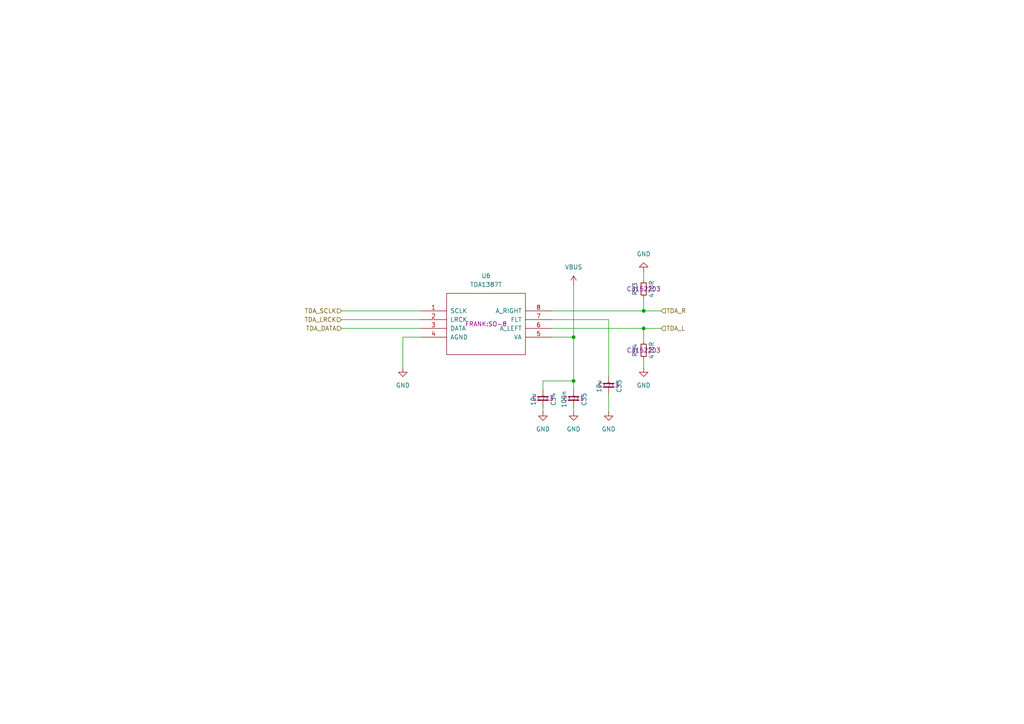
<source format=kicad_sch>
(kicad_sch (version 20250114) (generator "eeschema") (generator_version "9.0")
  (paper "A4")
  (title_block (title "${NAME}") (date "2025-04-24") (rev "${VERSION}") (company "Mikhail Matveev") (comment 1 "https://github.com/xtremespb/frank"))
  (lib_symbols
    (symbol "Device:C_Small" (pin_numbers (hide yes)) (pin_names (offset 0.254) (hide yes))
      (property "Reference" "C" (at 0.254 1.778 0))
      (property "Value" "C_Small" (at 0.254 -2.032 0))
      (symbol "C_Small_0_1"
        (polyline (pts (xy -1.524 0.508) (xy 1.524 0.508)) (stroke (width 0.3048)))
        (polyline (pts (xy -1.524 -0.508) (xy 1.524 -0.508)) (stroke (width 0.3302)))
      )
      (symbol "C_Small_1_1"
        (pin passive line (at 0 2.54 270) (length 2.032) (name "~") (number "1"))
        (pin passive line (at 0 -2.54 90) (length 2.032) (name "~") (number "2"))
      )
    )
    (symbol "Device:R_Small" (pin_numbers (hide yes)) (pin_names (offset 0.254) (hide yes))
      (property "Reference" "R" (at 0.762 0.508 0))
      (property "Value" "R_Small" (at 0.762 -1.016 0))
      (symbol "R_Small_0_1"
        (rectangle (start -0.762 1.778) (end 0.762 -1.778) (stroke (width 0.2032)))
      )
      (symbol "R_Small_1_1"
        (pin passive line (at 0 2.54 270) (length 0.762) (name "~") (number "1"))
        (pin passive line (at 0 -2.54 90) (length 0.762) (name "~") (number "2"))
      )
    )
    (symbol "FRANK:TDA1387T" (pin_names (offset 1.016))
      (property "Reference" "TDA1" (at 0 13.97 0))
      (property "Value" "TDA1387T" (at 0 11.43 0))
      (symbol "TDA1387T_1_0"
        (rectangle (start -11.43 -8.89) (end 11.43 8.89))
      )
      (symbol "TDA1387T_1_1"
        (pin input line (at -19.05 3.81 0) (length 7.62) (name "SCLK") (number "1"))
        (pin input line (at -19.05 1.27 0) (length 7.62) (name "LRCK") (number "2"))
        (pin input line (at -19.05 -1.27 0) (length 7.62) (name "DATA") (number "3"))
        (pin input line (at -19.05 -3.81 0) (length 7.62) (name "AGND") (number "4"))
        (pin input line (at 19.05 3.81 180) (length 7.62) (name "A_RIGHT") (number "8"))
        (pin input line (at 19.05 1.27 180) (length 7.62) (name "FLT") (number "7"))
        (pin input line (at 19.05 -1.27 180) (length 7.62) (name "A_LEFT") (number "6"))
        (pin input line (at 19.05 -3.81 180) (length 7.62) (name "VA") (number "5"))
      )
    )
    (symbol "power:GND" (power) (pin_numbers (hide yes)) (pin_names (offset 0) (hide yes))
      (property "Value" "GND" (at 0 -3.81 0))
      (symbol "GND_0_1"
        (polyline (pts (xy 0 0) (xy 0 -1.27) (xy 1.27 -1.27) (xy 0 -2.54) (xy -1.27 -1.27) (xy 0 -1.27)))
      )
      (symbol "GND_1_1"
        (pin power_in line (at 0 0 270) (length 0) (name "~") (number "1"))
      )
    )
    (symbol "power:VBUS" (power) (pin_numbers (hide yes)) (pin_names (offset 0) (hide yes))
      (property "Value" "VBUS" (at 0 3.556 0))
      (symbol "VBUS_0_1"
        (polyline (pts (xy -0.762 1.27) (xy 0 2.54)))
        (polyline (pts (xy 0 2.54) (xy 0.762 1.27)))
        (polyline (pts (xy 0 0) (xy 0 2.54)))
      )
      (symbol "VBUS_1_1"
        (pin power_in line (at 0 0 90) (length 0) (name "~") (number "1"))
      )
    )
  )
  (junction (at 186.69 90.17))
  (junction (at 186.69 95.25))
  (junction (at 166.37 110.49))
  (junction (at 166.37 97.79))
  (wire (pts (xy 176.53 92.71) (xy 176.53 109.22)))
  (wire (pts (xy 186.69 90.17) (xy 191.77 90.17)))
  (wire (pts (xy 186.69 95.25) (xy 186.69 99.06)))
  (wire (pts (xy 160.02 97.79) (xy 166.37 97.79)))
  (wire (pts (xy 157.48 119.38) (xy 157.48 118.11)))
  (wire (pts (xy 186.69 78.74) (xy 186.69 81.28)))
  (wire (pts (xy 99.06 95.25) (xy 121.92 95.25)))
  (wire (pts (xy 157.48 110.49) (xy 166.37 110.49)))
  (wire (pts (xy 176.53 92.71) (xy 160.02 92.71)))
  (wire (pts (xy 166.37 118.11) (xy 166.37 119.38)))
  (wire (pts (xy 99.06 90.17) (xy 121.92 90.17)))
  (wire (pts (xy 116.84 97.79) (xy 116.84 106.68)))
  (wire (pts (xy 166.37 97.79) (xy 166.37 110.49)))
  (wire (pts (xy 186.69 95.25) (xy 191.77 95.25)))
  (wire (pts (xy 160.02 90.17) (xy 186.69 90.17)))
  (wire (pts (xy 166.37 82.55) (xy 166.37 97.79)))
  (wire (pts (xy 157.48 113.03) (xy 157.48 110.49)))
  (wire (pts (xy 121.92 97.79) (xy 116.84 97.79)))
  (wire (pts (xy 166.37 110.49) (xy 166.37 113.03)))
  (wire (pts (xy 99.06 92.71) (xy 121.92 92.71)))
  (wire (pts (xy 186.69 106.68) (xy 186.69 104.14)))
  (wire (pts (xy 186.69 86.36) (xy 186.69 90.17)))
  (wire (pts (xy 160.02 95.25) (xy 186.69 95.25)))
  (wire (pts (xy 176.53 119.38) (xy 176.53 114.3)))
  (hierarchical_label "TDA_LRCK" (shape input) (at 99.06 92.71 180))
  (hierarchical_label "TDA_R" (shape input) (at 191.77 90.17 0))
  (hierarchical_label "TDA_DATA" (shape input) (at 99.06 95.25 180))
  (hierarchical_label "TDA_SCLK" (shape input) (at 99.06 90.17 180))
  (hierarchical_label "TDA_L" (shape input) (at 191.77 95.25 0))
  (symbol (lib_id "power:VBUS") (at 166.37 82.55 0) (unit 1)
    (property "Reference" "#PWR077" (effects (hide yes)))
    (property "Value" "VBUS" (at 166.37 77.47 0))
    (property "Description" "Power symbol creates a global label with name \"VBUS\"" (effects (hide yes)))
  )
  (symbol (lib_id "FRANK:TDA1387T") (at 140.97 93.98 0) (unit 1)
    (property "Reference" "U6" (at 140.97 80.01 0))
    (property "Value" "TDA1387T" (at 140.97 82.55 0))
    (property "Footprint" "FRANK:SO-8" (at 140.97 93.98 0))
    (property "Datasheet" "http://www.datasheet.hk/view_download.php?id=1130619&file=0065%5Ctda1387_515565.pdf" (effects (hide yes)))
    (property "AliExpress" "https://www.aliexpress.com/item/32995595000.html" (effects (hide yes)))
  )
  (symbol (lib_id "Device:C_Small") (at 166.37 115.57 0) (unit 1)
    (property "Reference" "C35" (at 169.418 115.824 90))
    (property "Value" "100n" (at 163.576 115.824 90))
    (property "Footprint" "FRANK:Capacitor (0805)" (effects (hide yes)))
    (property "Datasheet" "https://eu.mouser.com/datasheet/2/40/KGM_X7R-3223212.pdf" (effects (hide yes)))
    (property "Description" "Unpolarized capacitor, small symbol" (effects (hide yes)))
    (property "AliExpress" "https://www.aliexpress.com/item/33008008276.html" (effects (hide yes)))
    (property "LCSC" "C1711" (at 166.37 115.57 0))
  )
  (symbol (lib_id "Device:R_Small") (at 186.69 101.6 180) (unit 1)
    (property "Reference" "R54" (at 184.15 101.6 90))
    (property "Value" "470R" (at 188.976 101.6 90))
    (property "Footprint" "FRANK:Resistor (0805)" (effects (hide yes)))
    (property "Datasheet" "https://www.vishay.com/docs/28952/mcs0402at-mct0603at-mcu0805at-mca1206at.pdf" (effects (hide yes)))
    (property "Description" "Resistor, small symbol" (effects (hide yes)))
    (property "AliExpress" "https://www.aliexpress.com/item/1005005945735199.html" (effects (hide yes)))
    (property "LCSC" "C3152203" (at 186.69 101.6 0))
  )
  (symbol (lib_id "power:GND") (at 186.69 106.68 0) (unit 1)
    (property "Reference" "#PWR0106" (effects (hide yes)))
    (property "Value" "GND" (at 186.69 111.76 0))
    (property "Description" "Power symbol creates a global label with name \"GND\" , ground" (effects (hide yes)))
  )
  (symbol (lib_id "power:GND") (at 186.69 78.74 180) (unit 1)
    (property "Reference" "#PWR076" (effects (hide yes)))
    (property "Value" "GND" (at 186.69 73.66 0))
    (property "Description" "Power symbol creates a global label with name \"GND\" , ground" (effects (hide yes)))
  )
  (symbol (lib_id "Device:R_Small") (at 186.69 83.82 180) (unit 1)
    (property "Reference" "R53" (at 184.15 83.82 90))
    (property "Value" "470R" (at 188.976 83.82 90))
    (property "Footprint" "FRANK:Resistor (0805)" (effects (hide yes)))
    (property "Datasheet" "https://www.vishay.com/docs/28952/mcs0402at-mct0603at-mcu0805at-mca1206at.pdf" (effects (hide yes)))
    (property "Description" "Resistor, small symbol" (effects (hide yes)))
    (property "AliExpress" "https://www.aliexpress.com/item/1005005945735199.html" (effects (hide yes)))
    (property "LCSC" "C3152203" (at 186.69 83.82 0))
  )
  (symbol (lib_id "power:GND") (at 116.84 106.68 0) (unit 1)
    (property "Reference" "#PWR0107" (effects (hide yes)))
    (property "Value" "GND" (at 116.84 111.76 0))
    (property "Description" "Power symbol creates a global label with name \"GND\" , ground" (effects (hide yes)))
  )
  (symbol (lib_id "power:GND") (at 166.37 119.38 0) (unit 1)
    (property "Reference" "#PWR081" (effects (hide yes)))
    (property "Value" "GND" (at 166.37 124.46 0))
    (property "Description" "Power symbol creates a global label with name \"GND\" , ground" (effects (hide yes)))
  )
  (symbol (lib_id "Device:C_Small") (at 176.53 111.76 0) (unit 1)
    (property "Reference" "C33" (at 179.578 112.014 90))
    (property "Value" "10u" (at 173.736 112.014 90))
    (property "Footprint" "FRANK:Capacitor (0805)" (effects (hide yes)))
    (property "Datasheet" "https://eu.mouser.com/datasheet/2/40/KGM_X7R-3223212.pdf" (effects (hide yes)))
    (property "Description" "Unpolarized capacitor, small symbol" (effects (hide yes)))
    (property "AliExpress" "https://www.aliexpress.com/item/33008008276.html" (effects (hide yes)))
    (property "LCSC" "C1713" (at 176.53 111.76 0))
  )
  (symbol (lib_id "power:GND") (at 157.48 119.38 0) (unit 1)
    (property "Reference" "#PWR080" (effects (hide yes)))
    (property "Value" "GND" (at 157.48 124.46 0))
    (property "Description" "Power symbol creates a global label with name \"GND\" , ground" (effects (hide yes)))
  )
  (symbol (lib_id "Device:C_Small") (at 157.48 115.57 0) (unit 1)
    (property "Reference" "C34" (at 160.528 115.824 90))
    (property "Value" "10u" (at 154.686 115.824 90))
    (property "Footprint" "FRANK:Capacitor (0805)" (effects (hide yes)))
    (property "Datasheet" "https://eu.mouser.com/datasheet/2/40/KGM_X7R-3223212.pdf" (effects (hide yes)))
    (property "Description" "Unpolarized capacitor, small symbol" (effects (hide yes)))
    (property "AliExpress" "https://www.aliexpress.com/item/33008008276.html" (effects (hide yes)))
    (property "LCSC" "C1713" (at 157.48 115.57 0))
  )
  (symbol (lib_id "power:GND") (at 176.53 119.38 0) (unit 1)
    (property "Reference" "#PWR082" (effects (hide yes)))
    (property "Value" "GND" (at 176.53 124.46 0))
    (property "Description" "Power symbol creates a global label with name \"GND\" , ground" (effects (hide yes)))
  )
)
</source>
